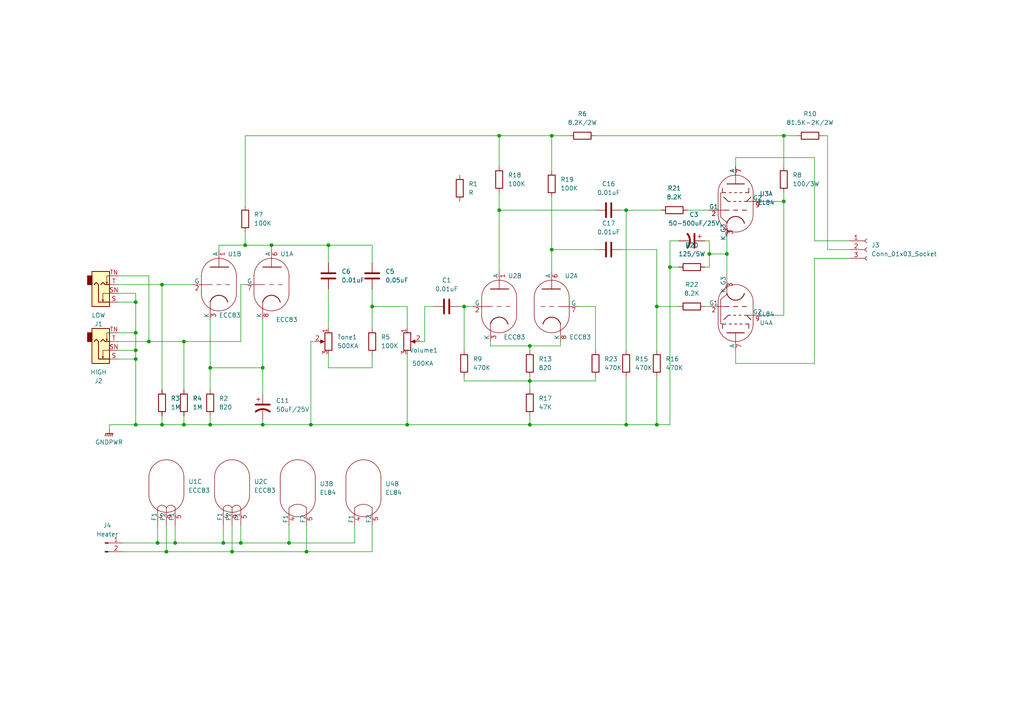
<source format=kicad_sch>
(kicad_sch (version 20230121) (generator eeschema)
  (paper "A4")
  (lib_symbols
    (symbol "Connector:Conn_01x02_Pin" (pin_names (offset 1.016) hide)
      (property "Reference" "J" (at 0 2.54 0))
      (property "Value" "Conn_01x02_Pin" (at 0 -5.08 0))
      (symbol "Conn_01x02_Pin_1_1"
        (polyline (pts (xy 1.27 -2.54) (xy 0.8636 -2.54)) (stroke (width 0.1524)))
        (polyline (pts (xy 1.27 0) (xy 0.8636 0)) (stroke (width 0.1524)))
        (rectangle (start 0.8636 -2.413) (end 0 -2.667) (stroke (width 0.1524)) (fill (type outline)))
        (rectangle (start 0.8636 0.127) (end 0 -0.127) (stroke (width 0.1524)) (fill (type outline)))
        (pin passive line (at 5.08 0 180) (length 3.81) (name "Pin_1") (number "1"))
        (pin passive line (at 5.08 -2.54 180) (length 3.81) (name "Pin_2") (number "2"))
      )
    )
    (symbol "Connector:Conn_01x03_Socket" (pin_names (offset 1.016) hide)
      (property "Reference" "J" (at 0 5.08 0))
      (property "Value" "Conn_01x03_Socket" (at 0 -5.08 0))
      (symbol "Conn_01x03_Socket_1_1"
        (arc (start 0 -2.032) (mid -0.5058 -2.54) (end 0 -3.048) (stroke (width 0.1524)))
        (polyline (pts (xy -1.27 -2.54) (xy -0.508 -2.54)) (stroke (width 0.1524)))
        (polyline (pts (xy -1.27 0) (xy -0.508 0)) (stroke (width 0.1524)))
        (polyline (pts (xy -1.27 2.54) (xy -0.508 2.54)) (stroke (width 0.1524)))
        (arc (start 0 0.508) (mid -0.5058 0) (end 0 -0.508) (stroke (width 0.1524)))
        (arc (start 0 3.048) (mid -0.5058 2.54) (end 0 2.032) (stroke (width 0.1524)))
        (pin passive line (at -5.08 2.54 0) (length 3.81) (name "Pin_1") (number "1"))
        (pin passive line (at -5.08 0 0) (length 3.81) (name "Pin_2") (number "2"))
        (pin passive line (at -5.08 -2.54 0) (length 3.81) (name "Pin_3") (number "3"))
      )
    )
    (symbol "Connector_Audio:NMJ4HHD2"
      (property "Reference" "J" (at 0 11.43 0))
      (property "Value" "NMJ4HHD2" (at 0 8.89 0))
      (symbol "NMJ4HHD2_0_1"
        (rectangle (start -2.54 0) (end -3.81 -2.54) (stroke (width 0.254)) (fill (type outline)))
        (rectangle (start 2.54 6.35) (end -2.54 -3.81) (stroke (width 0.254)) (fill (type background)))
      )
      (symbol "NMJ4HHD2_1_1"
        (polyline (pts (xy 0.635 4.826) (xy 0.889 4.318)))
        (polyline (pts (xy 1.778 -0.254) (xy 2.032 -0.762)))
        (polyline (pts (xy 0 0) (xy 0.635 -0.635) (xy 1.27 0) (xy 2.54 0)) (stroke (width 0.254)))
        (polyline (pts (xy 2.54 -2.54) (xy 1.778 -2.54) (xy 1.778 -0.254) (xy 1.524 -0.762)))
        (polyline (pts (xy 2.54 2.54) (xy 0.635 2.54) (xy 0.635 4.826) (xy 0.381 4.318)))
        (polyline (pts (xy 2.54 5.08) (xy -0.635 5.08) (xy -0.635 0) (xy -1.27 -0.635) (xy -1.905 0)) (stroke (width 0.254)))
        (pin passive line (at 5.08 5.08 180) (length 2.54) (name "~") (number "S"))
        (pin passive line (at 5.08 2.54 180) (length 2.54) (name "~") (number "SN"))
        (pin passive line (at 5.08 0 180) (length 2.54) (name "~") (number "T"))
        (pin passive line (at 5.08 -2.54 180) (length 2.54) (name "~") (number "TN"))
      )
    )
    (symbol "Device:C" (pin_numbers hide) (pin_names (offset 0.254))
      (property "Reference" "C" (at 0.635 2.54 0))
      (property "Value" "C" (at 0.635 -2.54 0))
      (symbol "C_0_1"
        (polyline (pts (xy -2.032 -0.762) (xy 2.032 -0.762)) (stroke (width 0.508)))
        (polyline (pts (xy -2.032 0.762) (xy 2.032 0.762)) (stroke (width 0.508)))
      )
      (symbol "C_1_1"
        (pin passive line (at 0 3.81 270) (length 2.794) (name "~") (number "1"))
        (pin passive line (at 0 -3.81 90) (length 2.794) (name "~") (number "2"))
      )
    )
    (symbol "Device:C_Polarized_US" (pin_numbers hide) (pin_names (offset 0.254) hide)
      (property "Reference" "C" (at 0.635 2.54 0))
      (property "Value" "C_Polarized_US" (at 0.635 -2.54 0))
      (symbol "C_Polarized_US_0_1"
        (polyline (pts (xy -2.032 0.762) (xy 2.032 0.762)) (stroke (width 0.508)))
        (polyline (pts (xy -1.778 2.286) (xy -0.762 2.286)))
        (polyline (pts (xy -1.27 1.778) (xy -1.27 2.794)))
        (arc (start 2.032 -1.27) (mid 0 -0.5572) (end -2.032 -1.27) (stroke (width 0.508)))
      )
      (symbol "C_Polarized_US_1_1"
        (pin passive line (at 0 3.81 270) (length 2.794) (name "~") (number "1"))
        (pin passive line (at 0 -3.81 90) (length 3.302) (name "~") (number "2"))
      )
    )
    (symbol "Device:R" (pin_numbers hide) (pin_names (offset 0))
      (property "Reference" "R" (at 2.032 0 90))
      (property "Value" "R" (at 0 0 90))
      (symbol "R_0_1"
        (rectangle (start -1.016 -2.54) (end 1.016 2.54) (stroke (width 0.254)))
      )
      (symbol "R_1_1"
        (pin passive line (at 0 3.81 270) (length 1.27) (name "~") (number "1"))
        (pin passive line (at 0 -3.81 90) (length 1.27) (name "~") (number "2"))
      )
    )
    (symbol "Device:R_Potentiometer" (pin_names (offset 1.016) hide)
      (property "Reference" "RV" (at -4.445 0 90))
      (property "Value" "R_Potentiometer" (at -2.54 0 90))
      (symbol "R_Potentiometer_0_1"
        (polyline (pts (xy 2.54 0) (xy 1.524 0)))
        (polyline (pts (xy 1.143 0) (xy 2.286 0.508) (xy 2.286 -0.508) (xy 1.143 0)) (fill (type outline)))
        (rectangle (start 1.016 2.54) (end -1.016 -2.54) (stroke (width 0.254)))
      )
      (symbol "R_Potentiometer_1_1"
        (pin passive line (at 0 3.81 270) (length 1.27) (name "1") (number "1"))
        (pin passive line (at 3.81 0 180) (length 1.27) (name "2") (number "2"))
        (pin passive line (at 0 -3.81 90) (length 1.27) (name "3") (number "3"))
      )
    )
    (symbol "Valve:ECC83" (pin_names (offset 0))
      (property "Reference" "U" (at 3.302 7.874 0))
      (property "Value" "ECC83" (at 8.89 -7.62 0))
      (symbol "ECC83_0_1"
        (arc (start -5.08 -2.54) (mid 0 -7.5979) (end 5.08 -2.54))
        (polyline (pts (xy 5.08 2.54) (xy 5.08 -2.54)))
        (polyline (pts (xy -5.08 2.54) (xy -5.08 -2.54) (xy -5.08 -2.54)))
        (arc (start 5.08 2.54) (mid 0 7.5979) (end -5.08 2.54))
      )
      (symbol "ECC83_1_0"
        (polyline (pts (xy -2.54 -5.08) (xy -2.54 -7.62)))
        (polyline (pts (xy 0 5.08) (xy 0 7.62)))
      )
      (symbol "ECC83_1_1"
        (polyline (pts (xy -5.08 0) (xy -3.175 0)))
        (polyline (pts (xy -1.905 0) (xy -3.175 0)) (stroke (width 0.1524)))
        (polyline (pts (xy -0.635 0) (xy 0.635 0)) (stroke (width 0.1524)))
        (polyline (pts (xy 1.905 0) (xy 3.175 0)) (stroke (width 0.1524)))
        (polyline (pts (xy -2.54 5.08) (xy 2.794 5.08) (xy 2.794 5.08)) (stroke (width 0.254)))
        (arc (start 2.54 -5.08) (mid 0 -3.0968) (end -2.54 -5.08) (stroke (width 0.254)))
        (pin output line (at 0 10.16 270) (length 2.54) (name "A") (number "6"))
        (pin input line (at -7.62 0 0) (length 2.54) (name "G") (number "7"))
        (pin bidirectional line (at -2.54 -10.16 90) (length 2.54) (name "K") (number "8"))
      )
      (symbol "ECC83_2_0"
        (polyline (pts (xy -2.54 -5.08) (xy -2.54 -7.62)))
        (polyline (pts (xy 0 5.08) (xy 0 7.62)))
      )
      (symbol "ECC83_2_1"
        (polyline (pts (xy -5.08 0) (xy -3.175 0)))
        (polyline (pts (xy -1.905 0) (xy -3.175 0)) (stroke (width 0.1524)))
        (polyline (pts (xy -0.635 0) (xy 0.635 0)) (stroke (width 0.1524)))
        (polyline (pts (xy 1.905 0) (xy 3.175 0)) (stroke (width 0.1524)))
        (polyline (pts (xy -2.54 5.08) (xy 2.794 5.08) (xy 2.794 5.08)) (stroke (width 0.254)))
        (arc (start 2.54 -5.08) (mid 0 -3.0968) (end -2.54 -5.08) (stroke (width 0.254)))
        (pin output line (at 0 10.16 270) (length 2.54) (name "A") (number "1"))
        (pin input line (at -7.62 0 0) (length 2.54) (name "G") (number "2"))
        (pin bidirectional line (at -2.54 -10.16 90) (length 2.54) (name "K") (number "3"))
      )
      (symbol "ECC83_3_1"
        (arc (start 0 -6.35) (mid -1.27 -5.5651) (end -2.54 -6.35))
        (arc (start 2.54 -6.35) (mid 1.27 -5.5651) (end 0 -6.35))
        (pin power_in line (at -2.54 -11.43 90) (length 5.08) (name "F1") (number "4"))
        (pin power_in line (at 2.54 -11.43 90) (length 5.08) (name "F1") (number "5"))
        (pin power_in line (at 0 -11.43 90) (length 5.08) (name "F2") (number "9"))
      )
    )
    (symbol "Valve:EL84" (pin_names (offset 0))
      (property "Reference" "U" (at 2.54 10.16 0))
      (property "Value" "EL84" (at 7.62 -7.62 0))
      (symbol "EL84_0_1"
        (arc (start -5.08 -2.54) (mid 0 -7.5979) (end 5.08 -2.54))
        (polyline (pts (xy -5.08 3.81) (xy -5.08 -2.54) (xy -5.08 -2.54)))
        (polyline (pts (xy 5.08 -2.54) (xy 5.08 3.81) (xy 5.08 3.81)))
        (arc (start 5.08 3.81) (mid 0 8.8679) (end -5.08 3.81))
      )
      (symbol "EL84_1_0"
        (polyline (pts (xy -2.54 -5.08) (xy -2.54 -7.62)))
      )
      (symbol "EL84_1_1"
        (polyline (pts (xy -5.08 -1.27) (xy -3.175 -1.27)))
        (polyline (pts (xy -4.318 -3.302) (xy -4.318 3.7338)))
        (polyline (pts (xy -4.318 -3.302) (xy -2.54 -4.826)))
        (polyline (pts (xy -4.064 3.7338) (xy -4.318 3.7338)))
        (polyline (pts (xy -3.81 3.81) (xy -2.794 3.81)) (stroke (width 0.2032)))
        (polyline (pts (xy -3.81 5.08) (xy -3.81 3.81)) (stroke (width 0.2032)))
        (polyline (pts (xy -3.429 2.54) (xy -2.159 1.27)) (stroke (width 0.2032)))
        (polyline (pts (xy -2.159 1.27) (xy -1.4732 1.27)) (stroke (width 0.2032)))
        (polyline (pts (xy -1.905 -1.27) (xy -3.175 -1.27)) (stroke (width 0.2032)))
        (polyline (pts (xy -1.8542 3.81) (xy -1.2192 3.81)) (stroke (width 0.2032)))
        (polyline (pts (xy -0.635 -1.27) (xy 0.635 -1.27)) (stroke (width 0.2032)))
        (polyline (pts (xy -0.5842 1.27) (xy 0.0762 1.27)) (stroke (width 0.2032)))
        (polyline (pts (xy -0.3302 3.81) (xy 0.3302 3.81)) (stroke (width 0.2032)))
        (polyline (pts (xy 0 6.35) (xy 0 8.89)))
        (polyline (pts (xy 0.9652 1.27) (xy 1.6002 1.27)) (stroke (width 0.2032)))
        (polyline (pts (xy 1.2192 3.81) (xy 1.8542 3.81)) (stroke (width 0.2032)))
        (polyline (pts (xy 1.905 -1.27) (xy 3.175 -1.27)) (stroke (width 0.2032)))
        (polyline (pts (xy 2.54 1.27) (xy 3.175 1.27)) (stroke (width 0.2032)))
        (polyline (pts (xy 3.175 1.27) (xy 5.08 1.27)))
        (polyline (pts (xy 3.81 3.81) (xy 2.794 3.81)) (stroke (width 0.2032)))
        (polyline (pts (xy 3.81 5.08) (xy 3.81 3.81)) (stroke (width 0.2032)))
        (polyline (pts (xy 4.445 2.54) (xy 3.175 1.27)) (stroke (width 0.2032)))
        (polyline (pts (xy -2.54 6.35) (xy 2.54 6.35) (xy 2.54 6.35)) (stroke (width 0.254)))
        (arc (start 2.54 -5.08) (mid 0 -3.0968) (end -2.54 -5.08) (stroke (width 0.254)))
        (pin input line (at -7.62 -1.27 0) (length 2.54) (name "G1") (number "2"))
        (pin bidirectional line (at -2.54 -8.89 90) (length 2.54) (name "K_G3") (number "3"))
        (pin output line (at 0 11.43 270) (length 2.54) (name "A") (number "7"))
        (pin input line (at 7.62 1.27 180) (length 2.54) (name "G2") (number "9"))
      )
      (symbol "EL84_2_1"
        (polyline (pts (xy -2.54 -5.08) (xy -2.54 -6.35) (xy -2.54 -6.35)))
        (polyline (pts (xy 2.54 -6.35) (xy 2.54 -5.08) (xy 2.54 -5.08)))
        (arc (start 2.54 -5.08) (mid 0 -4.0279) (end -2.54 -5.08))
        (pin power_in line (at -2.54 -10.16 90) (length 3.81) (name "F1") (number "4"))
        (pin power_in line (at 2.54 -10.16 90) (length 3.81) (name "F2") (number "5"))
      )
    )
    (symbol "power:GNDPWR" (power) (pin_names (offset 0))
      (property "Value" "GNDPWR" (at 0 -3.302 0))
      (symbol "GNDPWR_0_1"
        (polyline (pts (xy 0 -1.27) (xy 0 0)))
        (polyline (pts (xy -1.016 -1.27) (xy -1.27 -2.032) (xy -1.27 -2.032)) (stroke (width 0.2032)))
        (polyline (pts (xy -0.508 -1.27) (xy -0.762 -2.032) (xy -0.762 -2.032)) (stroke (width 0.2032)))
        (polyline (pts (xy 0 -1.27) (xy -0.254 -2.032) (xy -0.254 -2.032)) (stroke (width 0.2032)))
        (polyline (pts (xy 0.508 -1.27) (xy 0.254 -2.032) (xy 0.254 -2.032)) (stroke (width 0.2032)))
        (polyline (pts (xy 1.016 -1.27) (xy -1.016 -1.27) (xy -1.016 -1.27)) (stroke (width 0.2032)))
        (polyline (pts (xy 1.016 -1.27) (xy 0.762 -2.032) (xy 0.762 -2.032) (xy 0.762 -2.032)) (stroke (width 0.2032)))
      )
      (symbol "GNDPWR_1_1"
        (pin power_in line (at 0 0 270) (length 0) hide (name "GNDPWR") (number "1"))
      )
    )
  )
  (junction (at 144.78 39.37))
  (junction (at 39.37 104.14))
  (junction (at 48.26 160.02))
  (junction (at 153.67 123.19))
  (junction (at 46.99 123.19))
  (junction (at 90.17 123.19))
  (junction (at 64.77 157.48))
  (junction (at 50.8 157.48))
  (junction (at 205.74 73.66))
  (junction (at 190.5 88.9))
  (junction (at 153.67 100.33))
  (junction (at 153.67 110.49))
  (junction (at 194.31 77.47))
  (junction (at 118.11 123.19))
  (junction (at 43.18 99.06))
  (junction (at 53.34 123.19))
  (junction (at 227.33 58.42))
  (junction (at 95.25 71.12))
  (junction (at 134.62 88.9))
  (junction (at 181.61 123.19))
  (junction (at 60.96 106.68))
  (junction (at 39.37 87.63))
  (junction (at 107.95 88.9))
  (junction (at 210.82 73.66))
  (junction (at 46.99 82.55))
  (junction (at 181.61 60.96))
  (junction (at 67.31 160.02))
  (junction (at 190.5 123.19))
  (junction (at 76.2 106.68))
  (junction (at 88.9 160.02))
  (junction (at 53.34 99.06))
  (junction (at 83.82 157.48))
  (junction (at 39.37 123.19))
  (junction (at 45.72 157.48))
  (junction (at 160.02 39.37))
  (junction (at 60.96 123.19))
  (junction (at 160.02 72.39))
  (junction (at 69.85 157.48))
  (junction (at 39.37 101.6))
  (junction (at 39.37 96.52))
  (junction (at 227.33 39.37))
  (junction (at 78.74 71.12))
  (junction (at 71.12 71.12))
  (junction (at 144.78 60.96))
  (junction (at 76.2 123.19))
  (wire (pts (xy 34.29 99.06) (xy 43.18 99.06)))
  (wire (pts (xy 144.78 39.37) (xy 144.78 48.26)))
  (wire (pts (xy 134.62 109.22) (xy 134.62 110.49)))
  (wire (pts (xy 76.2 92.71) (xy 76.2 106.68)))
  (wire (pts (xy 39.37 96.52) (xy 39.37 101.6)))
  (wire (pts (xy 53.34 123.19) (xy 60.96 123.19)))
  (wire (pts (xy 90.17 99.06) (xy 91.44 99.06)))
  (wire (pts (xy 48.26 152.4) (xy 48.26 160.02)))
  (wire (pts (xy 107.95 88.9) (xy 118.11 88.9)))
  (wire (pts (xy 60.96 92.71) (xy 60.96 106.68)))
  (wire (pts (xy 181.61 123.19) (xy 153.67 123.19)))
  (wire (pts (xy 34.29 96.52) (xy 39.37 96.52)))
  (wire (pts (xy 190.5 88.9) (xy 190.5 101.6)))
  (wire (pts (xy 43.18 80.01) (xy 43.18 99.06)))
  (wire (pts (xy 95.25 76.2) (xy 95.25 71.12)))
  (wire (pts (xy 95.25 71.12) (xy 107.95 71.12)))
  (wire (pts (xy 227.33 39.37) (xy 231.14 39.37)))
  (wire (pts (xy 181.61 109.22) (xy 181.61 123.19)))
  (wire (pts (xy 50.8 152.4) (xy 50.8 157.48)))
  (wire (pts (xy 71.12 59.69) (xy 71.12 39.37)))
  (wire (pts (xy 144.78 60.96) (xy 144.78 78.74)))
  (wire (pts (xy 172.72 101.6) (xy 172.72 88.9)))
  (wire (pts (xy 76.2 106.68) (xy 76.2 114.3)))
  (wire (pts (xy 205.74 73.66) (xy 205.74 77.47)))
  (wire (pts (xy 34.29 101.6) (xy 39.37 101.6)))
  (wire (pts (xy 46.99 123.19) (xy 53.34 123.19)))
  (wire (pts (xy 69.85 157.48) (xy 83.82 157.48)))
  (wire (pts (xy 83.82 152.4) (xy 83.82 157.48)))
  (wire (pts (xy 142.24 100.33) (xy 153.67 100.33)))
  (wire (pts (xy 34.29 87.63) (xy 39.37 87.63)))
  (wire (pts (xy 196.85 69.85) (xy 194.31 69.85)))
  (wire (pts (xy 39.37 87.63) (xy 39.37 96.52)))
  (wire (pts (xy 172.72 39.37) (xy 227.33 39.37)))
  (wire (pts (xy 194.31 123.19) (xy 190.5 123.19)))
  (wire (pts (xy 227.33 39.37) (xy 227.33 48.26)))
  (wire (pts (xy 236.22 74.93) (xy 246.38 74.93)))
  (wire (pts (xy 35.56 160.02) (xy 48.26 160.02)))
  (wire (pts (xy 39.37 104.14) (xy 39.37 123.19)))
  (wire (pts (xy 172.72 88.9) (xy 167.64 88.9)))
  (wire (pts (xy 34.29 85.09) (xy 39.37 85.09)))
  (wire (pts (xy 69.85 99.06) (xy 69.85 82.55)))
  (wire (pts (xy 205.74 73.66) (xy 210.82 73.66)))
  (wire (pts (xy 204.47 88.9) (xy 205.74 88.9)))
  (wire (pts (xy 78.74 71.12) (xy 78.74 72.39)))
  (wire (pts (xy 121.92 99.06) (xy 123.19 99.06)))
  (wire (pts (xy 227.33 58.42) (xy 220.98 58.42)))
  (wire (pts (xy 210.82 68.58) (xy 210.82 73.66)))
  (wire (pts (xy 88.9 152.4) (xy 88.9 160.02)))
  (wire (pts (xy 172.72 110.49) (xy 172.72 109.22)))
  (wire (pts (xy 194.31 77.47) (xy 196.85 77.47)))
  (wire (pts (xy 39.37 101.6) (xy 39.37 104.14)))
  (wire (pts (xy 144.78 55.88) (xy 144.78 60.96)))
  (wire (pts (xy 190.5 72.39) (xy 180.34 72.39)))
  (wire (pts (xy 88.9 160.02) (xy 107.95 160.02)))
  (wire (pts (xy 60.96 106.68) (xy 76.2 106.68)))
  (wire (pts (xy 213.36 101.6) (xy 213.36 105.41)))
  (wire (pts (xy 107.95 106.68) (xy 95.25 106.68)))
  (wire (pts (xy 220.98 91.44) (xy 227.33 91.44)))
  (wire (pts (xy 69.85 82.55) (xy 71.12 82.55)))
  (wire (pts (xy 63.5 72.39) (xy 63.5 71.12)))
  (wire (pts (xy 227.33 55.88) (xy 227.33 58.42)))
  (wire (pts (xy 133.35 88.9) (xy 134.62 88.9)))
  (wire (pts (xy 160.02 72.39) (xy 172.72 72.39)))
  (wire (pts (xy 153.67 109.22) (xy 153.67 110.49)))
  (wire (pts (xy 134.62 88.9) (xy 137.16 88.9)))
  (wire (pts (xy 142.24 99.06) (xy 142.24 100.33)))
  (wire (pts (xy 67.31 160.02) (xy 88.9 160.02)))
  (wire (pts (xy 153.67 100.33) (xy 162.56 100.33)))
  (wire (pts (xy 205.74 69.85) (xy 205.74 73.66)))
  (wire (pts (xy 31.75 123.19) (xy 39.37 123.19)))
  (wire (pts (xy 78.74 71.12) (xy 95.25 71.12)))
  (wire (pts (xy 107.95 83.82) (xy 107.95 88.9)))
  (wire (pts (xy 236.22 45.72) (xy 236.22 69.85)))
  (wire (pts (xy 102.87 157.48) (xy 102.87 152.4)))
  (wire (pts (xy 83.82 157.48) (xy 102.87 157.48)))
  (wire (pts (xy 190.5 88.9) (xy 196.85 88.9)))
  (wire (pts (xy 107.95 76.2) (xy 107.95 71.12)))
  (wire (pts (xy 60.96 123.19) (xy 76.2 123.19)))
  (wire (pts (xy 134.62 110.49) (xy 153.67 110.49)))
  (wire (pts (xy 153.67 110.49) (xy 153.67 113.03)))
  (wire (pts (xy 39.37 85.09) (xy 39.37 87.63)))
  (wire (pts (xy 123.19 88.9) (xy 125.73 88.9)))
  (wire (pts (xy 64.77 157.48) (xy 69.85 157.48)))
  (wire (pts (xy 60.96 106.68) (xy 60.96 113.03)))
  (wire (pts (xy 45.72 157.48) (xy 50.8 157.48)))
  (wire (pts (xy 34.29 82.55) (xy 46.99 82.55)))
  (wire (pts (xy 213.36 105.41) (xy 236.22 105.41)))
  (wire (pts (xy 63.5 71.12) (xy 71.12 71.12)))
  (wire (pts (xy 180.34 60.96) (xy 181.61 60.96)))
  (wire (pts (xy 53.34 99.06) (xy 53.34 113.03)))
  (wire (pts (xy 76.2 121.92) (xy 76.2 123.19)))
  (wire (pts (xy 53.34 120.65) (xy 53.34 123.19)))
  (wire (pts (xy 190.5 123.19) (xy 181.61 123.19)))
  (wire (pts (xy 160.02 57.15) (xy 160.02 72.39)))
  (wire (pts (xy 60.96 120.65) (xy 60.96 123.19)))
  (wire (pts (xy 107.95 102.87) (xy 107.95 106.68)))
  (wire (pts (xy 45.72 152.4) (xy 45.72 157.48)))
  (wire (pts (xy 181.61 60.96) (xy 191.77 60.96)))
  (wire (pts (xy 213.36 45.72) (xy 236.22 45.72)))
  (wire (pts (xy 205.74 77.47) (xy 204.47 77.47)))
  (wire (pts (xy 194.31 77.47) (xy 194.31 123.19)))
  (wire (pts (xy 46.99 82.55) (xy 55.88 82.55)))
  (wire (pts (xy 204.47 69.85) (xy 205.74 69.85)))
  (wire (pts (xy 71.12 71.12) (xy 78.74 71.12)))
  (wire (pts (xy 210.82 73.66) (xy 210.82 81.28)))
  (wire (pts (xy 69.85 152.4) (xy 69.85 157.48)))
  (wire (pts (xy 123.19 99.06) (xy 123.19 88.9)))
  (wire (pts (xy 194.31 69.85) (xy 194.31 77.47)))
  (wire (pts (xy 144.78 60.96) (xy 172.72 60.96)))
  (wire (pts (xy 134.62 88.9) (xy 134.62 101.6)))
  (wire (pts (xy 160.02 39.37) (xy 160.02 49.53)))
  (wire (pts (xy 118.11 102.87) (xy 118.11 123.19)))
  (wire (pts (xy 53.34 99.06) (xy 69.85 99.06)))
  (wire (pts (xy 46.99 82.55) (xy 46.99 113.03)))
  (wire (pts (xy 240.03 72.39) (xy 246.38 72.39)))
  (wire (pts (xy 190.5 88.9) (xy 190.5 72.39)))
  (wire (pts (xy 90.17 99.06) (xy 90.17 123.19)))
  (wire (pts (xy 153.67 120.65) (xy 153.67 123.19)))
  (wire (pts (xy 95.25 106.68) (xy 95.25 102.87)))
  (wire (pts (xy 181.61 60.96) (xy 181.61 101.6)))
  (wire (pts (xy 162.56 100.33) (xy 162.56 99.06)))
  (wire (pts (xy 199.39 60.96) (xy 205.74 60.96)))
  (wire (pts (xy 153.67 100.33) (xy 153.67 101.6)))
  (wire (pts (xy 190.5 109.22) (xy 190.5 123.19)))
  (wire (pts (xy 227.33 91.44) (xy 227.33 58.42)))
  (wire (pts (xy 236.22 105.41) (xy 236.22 74.93)))
  (wire (pts (xy 238.76 39.37) (xy 240.03 39.37)))
  (wire (pts (xy 31.75 124.46) (xy 31.75 123.19)))
  (wire (pts (xy 213.36 48.26) (xy 213.36 45.72)))
  (wire (pts (xy 76.2 123.19) (xy 90.17 123.19)))
  (wire (pts (xy 160.02 72.39) (xy 160.02 78.74)))
  (wire (pts (xy 240.03 39.37) (xy 240.03 72.39)))
  (wire (pts (xy 71.12 39.37) (xy 144.78 39.37)))
  (wire (pts (xy 64.77 152.4) (xy 64.77 157.48)))
  (wire (pts (xy 50.8 157.48) (xy 64.77 157.48)))
  (wire (pts (xy 236.22 69.85) (xy 246.38 69.85)))
  (wire (pts (xy 118.11 123.19) (xy 153.67 123.19)))
  (wire (pts (xy 39.37 123.19) (xy 46.99 123.19)))
  (wire (pts (xy 71.12 67.31) (xy 71.12 71.12)))
  (wire (pts (xy 46.99 123.19) (xy 46.99 120.65)))
  (wire (pts (xy 34.29 104.14) (xy 39.37 104.14)))
  (wire (pts (xy 118.11 88.9) (xy 118.11 95.25)))
  (wire (pts (xy 107.95 88.9) (xy 107.95 95.25)))
  (wire (pts (xy 153.67 110.49) (xy 172.72 110.49)))
  (wire (pts (xy 67.31 152.4) (xy 67.31 160.02)))
  (wire (pts (xy 48.26 160.02) (xy 67.31 160.02)))
  (wire (pts (xy 34.29 80.01) (xy 43.18 80.01)))
  (wire (pts (xy 160.02 39.37) (xy 165.1 39.37)))
  (wire (pts (xy 95.25 83.82) (xy 95.25 95.25)))
  (wire (pts (xy 43.18 99.06) (xy 53.34 99.06)))
  (wire (pts (xy 90.17 123.19) (xy 118.11 123.19)))
  (wire (pts (xy 144.78 39.37) (xy 160.02 39.37)))
  (wire (pts (xy 35.56 157.48) (xy 45.72 157.48)))
  (wire (pts (xy 107.95 160.02) (xy 107.95 152.4)))
  (symbol (lib_id "Device:C") (at 129.54 88.9 90) (unit 1)
    (property "Reference" "C1" (at 129.54 81.28 90))
    (property "Value" "0.01uF" (at 129.54 83.82 90))
    (property "Footprint" "Capacitor_THT:C_Axial_L5.1mm_D3.1mm_P10.00mm_Horizontal" (effects hide))
  )
  (symbol (lib_id "power:GNDPWR") (at 31.75 124.46 0) (unit 1)
    (property "Reference" "#PWR01" (effects hide))
    (property "Value" "GNDPWR" (at 31.623 128.27 0))
  )
  (symbol (lib_id "Device:C") (at 107.95 80.01 0) (unit 1)
    (property "Reference" "C5" (at 111.76 78.74 0) (effects (justify left)))
    (property "Value" "0.05uF" (at 111.76 81.28 0) (effects (justify left)))
    (property "Footprint" "Capacitor_THT:C_Axial_L5.1mm_D3.1mm_P10.00mm_Horizontal" (effects hide))
  )
  (symbol (lib_id "Device:R") (at 172.72 105.41 0) (unit 1)
    (property "Reference" "R23" (at 175.26 104.14 0) (effects (justify left)))
    (property "Value" "470K" (at 175.26 106.68 0) (effects (justify left)))
    (property "Footprint" "Resistor_THT:R_Axial_DIN0411_L9.9mm_D3.6mm_P20.32mm_Horizontal" (effects hide))
  )
  (symbol (lib_id "Device:R") (at 153.67 105.41 0) (unit 1)
    (property "Reference" "R13" (at 156.21 104.14 0) (effects (justify left)))
    (property "Value" "820" (at 156.21 106.68 0) (effects (justify left)))
    (property "Footprint" "Resistor_THT:R_Axial_DIN0411_L9.9mm_D3.6mm_P20.32mm_Horizontal" (effects hide))
  )
  (symbol (lib_id "Connector:Conn_01x03_Socket") (at 251.46 72.39 0) (unit 1)
    (property "Reference" "J3" (at 252.73 71.12 0) (effects (justify left)))
    (property "Value" "Conn_01x03_Socket" (at 252.73 73.66 0) (effects (justify left)))
    (property "Footprint" "Connector_Phoenix_MC_HighVoltage:PhoenixContact_MCV_1,5_3-G-5.08_1x03_P5.08mm_Vertical" (effects hide))
  )
  (symbol (lib_id "Connector:Conn_01x02_Pin") (at 30.48 157.48 0) (unit 1)
    (property "Reference" "J4" (at 31.115 152.4 0))
    (property "Value" "Heater" (at 31.115 154.94 0))
    (property "Footprint" "Connector_Phoenix_MC_HighVoltage:PhoenixContact_MCV_1,5_2-G-5.08_1x02_P5.08mm_Vertical" (effects hide))
  )
  (symbol (lib_id "Device:R") (at 190.5 105.41 0) (unit 1)
    (property "Reference" "R16" (at 193.04 104.14 0) (effects (justify left)))
    (property "Value" "470K" (at 193.04 106.68 0) (effects (justify left)))
    (property "Footprint" "Resistor_THT:R_Axial_DIN0411_L9.9mm_D3.6mm_P20.32mm_Horizontal" (effects hide))
  )
  (symbol (lib_id "Device:R_Potentiometer") (at 95.25 99.06 0) (mirror y) (unit 1)
    (property "Reference" "Tone1" (at 97.79 97.79 0) (effects (justify right)))
    (property "Value" "500KA" (at 97.79 100.33 0) (effects (justify right)))
    (property "Footprint" "Potentiometer_THT:Potentiometer_Alps_RK163_Single_Horizontal" (effects hide))
  )
  (symbol (lib_id "Valve:EL84") (at 86.36 142.24 0) (unit 2)
    (property "Reference" "U3" (at 92.71 140.335 0) (effects (justify left)))
    (property "Value" "EL84" (at 92.71 142.875 0) (effects (justify left)))
    (property "Footprint" "Valve:Valve_Noval_P" (effects hide))
    (property "Datasheet" "http://www.r-type.org/pdfs/el84.pdf" (effects hide))
  )
  (symbol (lib_id "Device:R") (at 71.12 63.5 0) (unit 1)
    (property "Reference" "R7" (at 73.66 62.23 0) (effects (justify left)))
    (property "Value" "100K" (at 73.66 64.77 0) (effects (justify left)))
    (property "Footprint" "Resistor_THT:R_Axial_DIN0411_L9.9mm_D3.6mm_P20.32mm_Horizontal" (effects hide))
  )
  (symbol (lib_id "Connector_Audio:NMJ4HHD2") (at 29.21 82.55 0) (mirror x) (unit 1)
    (property "Reference" "J1" (at 28.575 93.98 0))
    (property "Value" "LOW" (at 28.575 91.44 0))
    (property "Footprint" "Connector_Audio:Jack_6.35mm_Neutrik_NMJ4HCD2_Horizontal" (effects hide))
    (property "Datasheet" "https://www.neutrik.com/en/product/nmj4hhd2" (effects hide))
  )
  (symbol (lib_id "Device:R") (at 153.67 116.84 0) (unit 1)
    (property "Reference" "R17" (at 156.21 115.57 0) (effects (justify left)))
    (property "Value" "47K" (at 156.21 118.11 0) (effects (justify left)))
    (property "Footprint" "Resistor_THT:R_Axial_DIN0411_L9.9mm_D3.6mm_P20.32mm_Horizontal" (effects hide))
  )
  (symbol (lib_id "Device:R") (at 181.61 105.41 0) (unit 1)
    (property "Reference" "R15" (at 184.15 104.14 0) (effects (justify left)))
    (property "Value" "470K" (at 184.15 106.68 0) (effects (justify left)))
    (property "Footprint" "Resistor_THT:R_Axial_DIN0411_L9.9mm_D3.6mm_P20.32mm_Horizontal" (effects hide))
  )
  (symbol (lib_id "Valve:ECC83") (at 144.78 88.9 0) (unit 2)
    (property "Reference" "U2" (at 147.32 80.01 0) (effects (justify left)))
    (property "Value" "ECC83" (at 146.05 97.79 0) (effects (justify left)))
    (property "Footprint" "Valve:Valve_Noval_P" (effects hide))
    (property "Datasheet" "http://www.r-type.org/pdfs/ecc83.pdf" (effects hide))
  )
  (symbol (lib_id "Device:R_Potentiometer") (at 118.11 99.06 0) (unit 1)
    (property "Reference" "Volume1" (at 127 101.6 0) (effects (justify right)))
    (property "Value" "500KA" (at 125.73 105.41 0) (effects (justify right)))
    (property "Footprint" "Potentiometer_THT:Potentiometer_Alps_RK163_Single_Horizontal" (effects hide))
  )
  (symbol (lib_id "Device:R") (at 234.95 39.37 90) (unit 1)
    (property "Reference" "R10" (at 234.95 33.02 90))
    (property "Value" "81.5K-2K/2W" (at 234.95 35.56 90))
    (property "Footprint" "Resistor_THT:R_Axial_DIN0411_L9.9mm_D3.6mm_P20.32mm_Horizontal" (effects hide))
  )
  (symbol (lib_id "Device:R") (at 227.33 52.07 180) (unit 1)
    (property "Reference" "R8" (at 229.87 50.8 0) (effects (justify right)))
    (property "Value" "100/3W" (at 229.87 53.34 0) (effects (justify right)))
    (property "Footprint" "Resistor_THT:R_Axial_DIN0411_L9.9mm_D3.6mm_P20.32mm_Horizontal" (effects hide))
  )
  (symbol (lib_id "Device:R") (at 168.91 39.37 90) (unit 1)
    (property "Reference" "R6" (at 168.91 33.02 90))
    (property "Value" "8.2K/2W" (at 168.91 35.56 90))
    (property "Footprint" "Resistor_THT:R_Axial_DIN0411_L9.9mm_D3.6mm_P20.32mm_Horizontal" (effects hide))
  )
  (symbol (lib_id "Device:R") (at 160.02 53.34 0) (unit 1)
    (property "Reference" "R19" (at 162.56 52.07 0) (effects (justify left)))
    (property "Value" "100K" (at 162.56 54.61 0) (effects (justify left)))
    (property "Footprint" "Resistor_THT:R_Axial_DIN0411_L9.9mm_D3.6mm_P20.32mm_Horizontal" (effects hide))
  )
  (symbol (lib_id "Device:R") (at 133.35 54.61 0) (unit 1)
    (property "Reference" "R1" (at 135.89 53.34 0) (effects (justify left)))
    (property "Value" "R" (at 135.89 55.88 0) (effects (justify left)))
    (property "Footprint" "Resistor_THT:R_Axial_DIN0411_L9.9mm_D3.6mm_P20.32mm_Horizontal" (effects hide))
  )
  (symbol (lib_id "Valve:ECC83") (at 63.5 82.55 0) (unit 2)
    (property "Reference" "U1" (at 66.04 73.66 0) (effects (justify left)))
    (property "Value" "ECC83" (at 63.5 91.44 0) (effects (justify left)))
    (property "Footprint" "Valve:Valve_Noval_P" (effects hide))
    (property "Datasheet" "http://www.r-type.org/pdfs/ecc83.pdf" (effects hide))
  )
  (symbol (lib_id "Valve:ECC83") (at 48.26 140.97 0) (unit 3)
    (property "Reference" "U1" (at 54.61 139.7 0) (effects (justify left)))
    (property "Value" "ECC83" (at 54.61 142.24 0) (effects (justify left)))
    (property "Footprint" "Valve:Valve_Noval_P" (effects hide))
    (property "Datasheet" "http://www.r-type.org/pdfs/ecc83.pdf" (effects hide))
  )
  (symbol (lib_id "Valve:ECC83") (at 160.02 88.9 0) (mirror y) (unit 1)
    (property "Reference" "U2" (at 167.64 80.01 0) (effects (justify left)))
    (property "Value" "ECC83" (at 171.45 97.79 0) (effects (justify left)))
    (property "Footprint" "Valve:Valve_Noval_P" (effects hide))
    (property "Datasheet" "http://www.r-type.org/pdfs/ecc83.pdf" (effects hide))
  )
  (symbol (lib_id "Device:R") (at 134.62 105.41 0) (unit 1)
    (property "Reference" "R9" (at 137.16 104.14 0) (effects (justify left)))
    (property "Value" "470K" (at 137.16 106.68 0) (effects (justify left)))
    (property "Footprint" "Resistor_THT:R_Axial_DIN0411_L9.9mm_D3.6mm_P20.32mm_Horizontal" (effects hide))
  )
  (symbol (lib_id "Valve:EL84") (at 213.36 59.69 0) (unit 1)
    (property "Reference" "U3" (at 222.25 56.2041 0))
    (property "Value" "EL84" (at 222.25 58.7441 0))
    (property "Footprint" "Valve:Valve_Noval_P" (effects hide))
    (property "Datasheet" "http://www.r-type.org/pdfs/el84.pdf" (effects hide))
  )
  (symbol (lib_id "Device:R") (at 53.34 116.84 0) (unit 1)
    (property "Reference" "R4" (at 55.88 115.57 0) (effects (justify left)))
    (property "Value" "1M" (at 55.88 118.11 0) (effects (justify left)))
    (property "Footprint" "Resistor_THT:R_Axial_DIN0411_L9.9mm_D3.6mm_P20.32mm_Horizontal" (effects hide))
  )
  (symbol (lib_id "Device:R") (at 46.99 116.84 0) (unit 1)
    (property "Reference" "R3" (at 49.53 115.57 0) (effects (justify left)))
    (property "Value" "1M" (at 49.53 118.11 0) (effects (justify left)))
    (property "Footprint" "Resistor_THT:R_Axial_DIN0411_L9.9mm_D3.6mm_P20.32mm_Horizontal" (effects hide))
  )
  (symbol (lib_id "Valve:ECC83") (at 78.74 82.55 0) (unit 1)
    (property "Reference" "U1" (at 81.28 73.66 0) (effects (justify left)))
    (property "Value" "ECC83" (at 80.01 92.71 0) (effects (justify left)))
    (property "Footprint" "Valve:Valve_Noval_P" (effects hide))
    (property "Datasheet" "http://www.r-type.org/pdfs/ecc83.pdf" (effects hide))
  )
  (symbol (lib_id "Device:C_Polarized_US") (at 76.2 118.11 0) (unit 1)
    (property "Reference" "C11" (at 80.01 116.205 0) (effects (justify left)))
    (property "Value" "50uF/25V" (at 80.01 118.745 0) (effects (justify left)))
    (property "Footprint" "Capacitor_THT:CP_Radial_D8.0mm_P5.00mm" (effects hide))
  )
  (symbol (lib_id "Device:R") (at 200.66 77.47 90) (unit 1)
    (property "Reference" "R20" (at 200.66 71.12 90))
    (property "Value" "125/5W" (at 200.66 73.66 90))
    (property "Footprint" "Resistor_THT:R_Axial_DIN0411_L9.9mm_D3.6mm_P20.32mm_Horizontal" (effects hide))
  )
  (symbol (lib_id "Valve:ECC83") (at 67.31 140.97 0) (unit 3)
    (property "Reference" "U2" (at 73.66 139.7 0) (effects (justify left)))
    (property "Value" "ECC83" (at 73.66 142.24 0) (effects (justify left)))
    (property "Footprint" "Valve:Valve_Noval_P" (effects hide))
    (property "Datasheet" "http://www.r-type.org/pdfs/ecc83.pdf" (effects hide))
  )
  (symbol (lib_id "Device:R") (at 195.58 60.96 90) (unit 1)
    (property "Reference" "R21" (at 195.58 54.61 90))
    (property "Value" "8.2K" (at 195.58 57.15 90))
    (property "Footprint" "Resistor_THT:R_Axial_DIN0411_L9.9mm_D3.6mm_P20.32mm_Horizontal" (effects hide))
  )
  (symbol (lib_id "Device:C") (at 95.25 80.01 0) (unit 1)
    (property "Reference" "C6" (at 99.06 78.74 0) (effects (justify left)))
    (property "Value" "0.01uF" (at 99.06 81.28 0) (effects (justify left)))
    (property "Footprint" "Capacitor_THT:C_Axial_L5.1mm_D3.1mm_P10.00mm_Horizontal" (effects hide))
  )
  (symbol (lib_id "Device:R") (at 200.66 88.9 90) (unit 1)
    (property "Reference" "R22" (at 200.66 82.55 90))
    (property "Value" "8.2K" (at 200.66 85.09 90))
    (property "Footprint" "Resistor_THT:R_Axial_DIN0411_L9.9mm_D3.6mm_P20.32mm_Horizontal" (effects hide))
  )
  (symbol (lib_id "Device:C") (at 176.53 72.39 90) (unit 1)
    (property "Reference" "C17" (at 176.53 64.77 90))
    (property "Value" "0.01uF" (at 176.53 67.31 90))
    (property "Footprint" "Capacitor_THT:C_Axial_L5.1mm_D3.1mm_P10.00mm_Horizontal" (effects hide))
  )
  (symbol (lib_id "Valve:EL84") (at 105.41 142.24 0) (unit 2)
    (property "Reference" "U4" (at 111.76 140.335 0) (effects (justify left)))
    (property "Value" "EL84" (at 111.76 142.875 0) (effects (justify left)))
    (property "Footprint" "Valve:Valve_Noval_P" (effects hide))
    (property "Datasheet" "http://www.r-type.org/pdfs/el84.pdf" (effects hide))
  )
  (symbol (lib_id "Valve:EL84") (at 213.36 90.17 0) (mirror x) (unit 1)
    (property "Reference" "U4" (at 222.25 93.6559 0))
    (property "Value" "EL84" (at 222.25 91.1159 0))
    (property "Footprint" "Valve:Valve_Noval_P" (effects hide))
    (property "Datasheet" "http://www.r-type.org/pdfs/el84.pdf" (effects hide))
  )
  (symbol (lib_id "Device:C") (at 176.53 60.96 90) (unit 1)
    (property "Reference" "C16" (at 176.53 53.34 90))
    (property "Value" "0.01uF" (at 176.53 55.88 90))
    (property "Footprint" "Capacitor_THT:C_Axial_L5.1mm_D3.1mm_P10.00mm_Horizontal" (effects hide))
  )
  (symbol (lib_id "Device:R") (at 144.78 52.07 0) (unit 1)
    (property "Reference" "R18" (at 147.32 50.8 0) (effects (justify left)))
    (property "Value" "100K" (at 147.32 53.34 0) (effects (justify left)))
    (property "Footprint" "Resistor_THT:R_Axial_DIN0411_L9.9mm_D3.6mm_P20.32mm_Horizontal" (effects hide))
  )
  (symbol (lib_id "Device:C_Polarized_US") (at 200.66 69.85 270) (unit 1)
    (property "Reference" "C3" (at 201.295 62.23 90))
    (property "Value" "50-500uF/25V" (at 201.295 64.77 90))
    (property "Footprint" "Capacitor_THT:CP_Radial_D8.0mm_P5.00mm" (effects hide))
  )
  (symbol (lib_id "Device:R") (at 107.95 99.06 0) (unit 1)
    (property "Reference" "R5" (at 110.49 97.79 0) (effects (justify left)))
    (property "Value" "100K" (at 110.49 100.33 0) (effects (justify left)))
    (property "Footprint" "Resistor_THT:R_Axial_DIN0411_L9.9mm_D3.6mm_P20.32mm_Horizontal" (effects hide))
  )
  (symbol (lib_id "Device:R") (at 60.96 116.84 0) (unit 1)
    (property "Reference" "R2" (at 63.5 115.57 0) (effects (justify left)))
    (property "Value" "820" (at 63.5 118.11 0) (effects (justify left)))
    (property "Footprint" "Resistor_THT:R_Axial_DIN0411_L9.9mm_D3.6mm_P20.32mm_Horizontal" (effects hide))
  )
  (symbol (lib_id "Connector_Audio:NMJ4HHD2") (at 29.21 99.06 0) (mirror x) (unit 1)
    (property "Reference" "J2" (at 28.575 110.49 0))
    (property "Value" "HIGH" (at 28.575 107.95 0))
    (property "Footprint" "Connector_Audio:Jack_6.35mm_Neutrik_NMJ4HCD2_Horizontal" (effects hide))
    (property "Datasheet" "https://www.neutrik.com/en/product/nmj4hhd2" (effects hide))
  )
)
</source>
